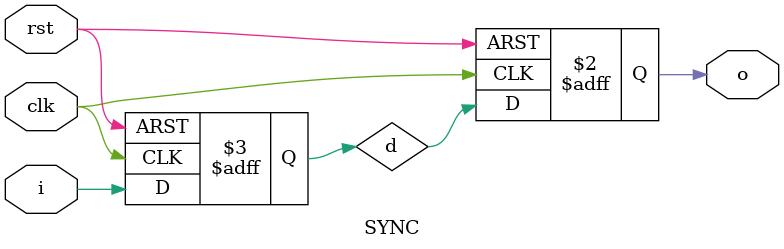
<source format=v>

`default_nettype none
`timescale 1ns/1ps

module SYNC (
      input  wire             clk,  // Clock
      input  wire             rst,  // Reset
      output reg  [WIDTH-1:0] o,    // Output
      input  wire [WIDTH-1:0] i     // Input
   );

   parameter INIT  = 0;
   parameter WIDTH = 1;

   reg [WIDTH-1:0] d;

   always @(posedge clk or posedge rst)
     begin
        if (rst)
          begin
             d <= INIT;
             o <= INIT;
          end
        else
          begin
             d <= i;
             o <= d;
          end
     end

endmodule

</source>
